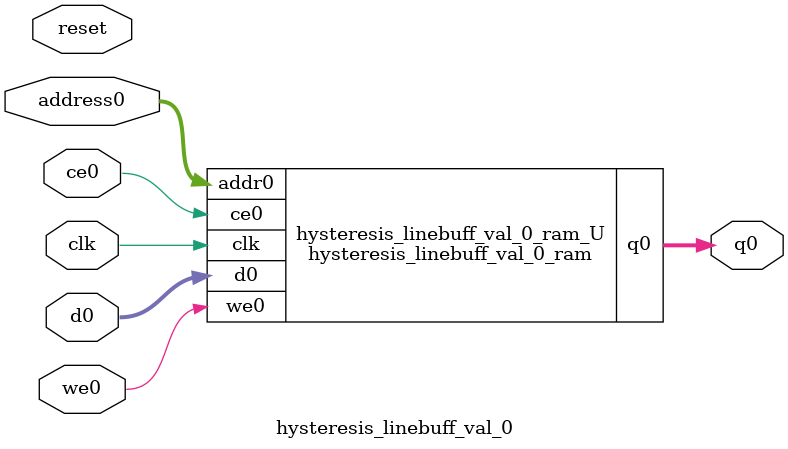
<source format=v>
`timescale 1 ns / 1 ps
module hysteresis_linebuff_val_0_ram (addr0, ce0, d0, we0, q0,  clk);

parameter DWIDTH = 16;
parameter AWIDTH = 11;
parameter MEM_SIZE = 1920;

input[AWIDTH-1:0] addr0;
input ce0;
input[DWIDTH-1:0] d0;
input we0;
output reg[DWIDTH-1:0] q0;
input clk;

(* ram_style = "block" *)reg [DWIDTH-1:0] ram[0:MEM_SIZE-1];




always @(posedge clk)  
begin 
    if (ce0) 
    begin
        if (we0) 
        begin 
            ram[addr0] <= d0; 
        end 
        q0 <= ram[addr0];
    end
end


endmodule

`timescale 1 ns / 1 ps
module hysteresis_linebuff_val_0(
    reset,
    clk,
    address0,
    ce0,
    we0,
    d0,
    q0);

parameter DataWidth = 32'd16;
parameter AddressRange = 32'd1920;
parameter AddressWidth = 32'd11;
input reset;
input clk;
input[AddressWidth - 1:0] address0;
input ce0;
input we0;
input[DataWidth - 1:0] d0;
output[DataWidth - 1:0] q0;



hysteresis_linebuff_val_0_ram hysteresis_linebuff_val_0_ram_U(
    .clk( clk ),
    .addr0( address0 ),
    .ce0( ce0 ),
    .we0( we0 ),
    .d0( d0 ),
    .q0( q0 ));

endmodule


</source>
